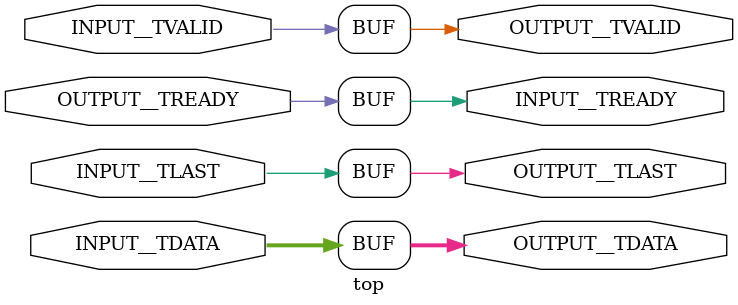
<source format=v>
/* Generated by Yosys 0.9+932 (git sha1 4072a966, gcc 7.4.0-1ubuntu1~18.04.1 -fPIC -Os) */

(* generator = "nMigen" *)
(* top =  1  *)
(* \nmigen.hierarchy  = "top" *)
module top(INPUT__TVALID, INPUT__TREADY, INPUT__TLAST, OUTPUT__TDATA, OUTPUT__TVALID, OUTPUT__TREADY, OUTPUT__TLAST, INPUT__TDATA);
  (* src = "./test_case.py:20" *)
  input [15:0] INPUT__TDATA;
  (* src = "./test_case.py:20" *)
  input INPUT__TLAST;
  (* src = "./test_case.py:20" *)
  output INPUT__TREADY;
  (* src = "./test_case.py:20" *)
  input INPUT__TVALID;
  (* src = "./test_case.py:20" *)
  output [15:0] OUTPUT__TDATA;
  (* src = "./test_case.py:20" *)
  output OUTPUT__TLAST;
  (* src = "./test_case.py:20" *)
  input OUTPUT__TREADY;
  (* src = "./test_case.py:20" *)
  output OUTPUT__TVALID;
  assign INPUT__TREADY = OUTPUT__TREADY;
  assign OUTPUT__TLAST = INPUT__TLAST;
  assign OUTPUT__TVALID = INPUT__TVALID;
  assign OUTPUT__TDATA = INPUT__TDATA;
endmodule


</source>
